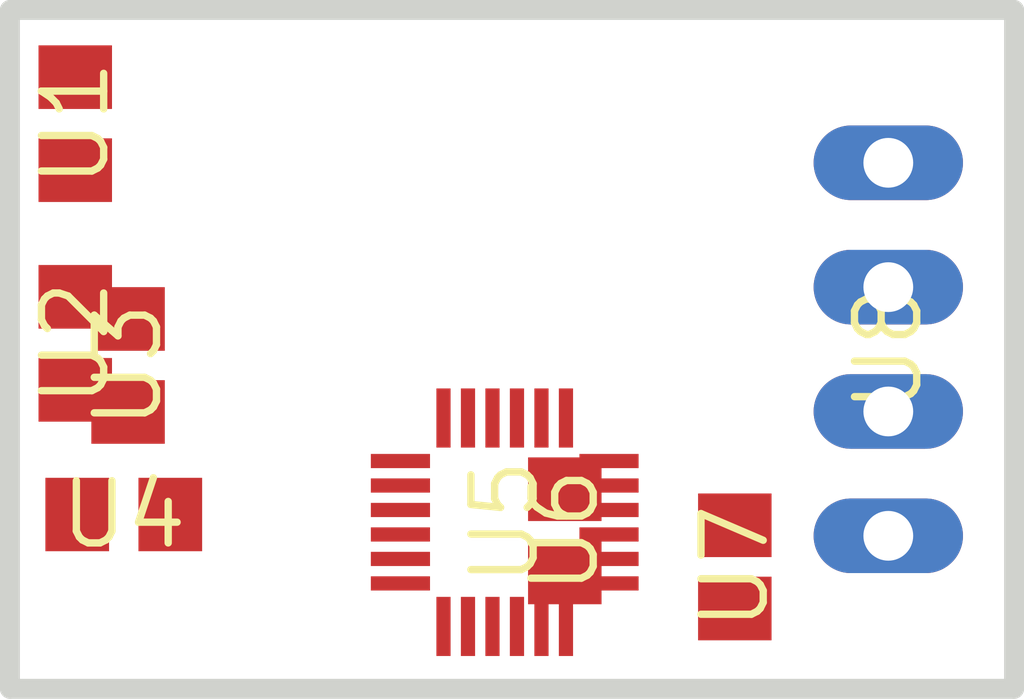
<source format=kicad_pcb>
 ( kicad_pcb  ( version 20171130 )
 ( host pcbnew "(5.1.4-0-10_14)" )
 ( general  ( thickness 1.6 )
 ( drawings 4 )
 ( tracks 0 )
 ( zones 0 )
 ( modules 8 )
 ( nets 16 )
)
 ( page A4 )
 ( layers  ( 0 Top signal )
 ( 31 Bottom signal )
 ( 32 B.Adhes user )
 ( 33 F.Adhes user )
 ( 34 B.Paste user )
 ( 35 F.Paste user )
 ( 36 B.SilkS user )
 ( 37 F.SilkS user )
 ( 38 B.Mask user )
 ( 39 F.Mask user )
 ( 40 Dwgs.User user )
 ( 41 Cmts.User user )
 ( 42 Eco1.User user )
 ( 43 Eco2.User user )
 ( 44 Edge.Cuts user )
 ( 45 Margin user )
 ( 46 B.CrtYd user )
 ( 47 F.CrtYd user )
 ( 48 B.Fab user )
 ( 49 F.Fab user )
)
 ( setup  ( last_trace_width 0.3048 )
 ( trace_clearance 0.1524 )
 ( zone_clearance 0.508 )
 ( zone_45_only no )
 ( trace_min 0.2 )
 ( via_size 0.8 )
 ( via_drill 0.4 )
 ( via_min_size 0.4 )
 ( via_min_drill 0.3 )
 ( uvia_size 0.3 )
 ( uvia_drill 0.1 )
 ( uvias_allowed yes )
 ( uvia_min_size 0.2 )
 ( uvia_min_drill 0.1 )
 ( edge_width 0.05 )
 ( segment_width 0.2 )
 ( pcb_text_width 0.3 )
 ( pcb_text_size 1.5 1.5 )
 ( mod_edge_width 0.12 )
 ( mod_text_size 1 1 )
 ( mod_text_width 0.15 )
 ( pad_size 1.524 1.524 )
 ( pad_drill 0.762 )
 ( pad_to_mask_clearance 0.051 )
 ( solder_mask_min_width 0.25 )
 ( aux_axis_origin 0 0 )
 ( visible_elements 7FFFFFFF )
 ( pcbplotparams  ( layerselection 0x010fc_ffffffff )
 ( usegerberextensions false )
 ( usegerberattributes false )
 ( usegerberadvancedattributes false )
 ( creategerberjobfile false )
 ( excludeedgelayer true )
 ( linewidth 0.100000 )
 ( plotframeref false )
 ( viasonmask false )
 ( mode 1 )
 ( useauxorigin false )
 ( hpglpennumber 1 )
 ( hpglpenspeed 20 )
 ( hpglpendiameter 15.000000 )
 ( psnegative false )
 ( psa4output false )
 ( plotreference true )
 ( plotvalue true )
 ( plotinvisibletext false )
 ( padsonsilk false )
 ( subtractmaskfromsilk false )
 ( outputformat 1 )
 ( mirror false )
 ( drillshape 1 )
 ( scaleselection 1 )
 ( outputdirectory "" )
)
)
 ( net 0 "" )
 ( net 1 GND )
 ( net 2 VDD )
 ( net 3 /SDA )
 ( net 4 /SCL )
 ( net 5 "Net-(R2-Pad1)" )
 ( net 6 "Net-(R1-Pad1)" )
 ( net 7 "Net-(U1-Pad14)" )
 ( net 8 "Net-(U1-Pad13)" )
 ( net 9 "Net-(U1-Pad12)" )
 ( net 10 "Net-(U1-Pad11)" )
 ( net 11 "Net-(U1-Pad10)" )
 ( net 12 "Net-(C1-Pad1)" )
 ( net 13 "Net-(C1-Pad2)" )
 ( net 14 "Net-(C2-Pad2)" )
 ( net 15 "Net-(U1-Pad1)" )
 ( net_class Default "This is the default net class."  ( clearance 0.1524 )
 ( trace_width 0.3048 )
 ( via_dia 0.8 )
 ( via_drill 0.4 )
 ( uvia_dia 0.3 )
 ( uvia_drill 0.1 )
 ( add_net /SCL )
 ( add_net /SDA )
 ( add_net GND )
 ( add_net "Net-(C1-Pad1)" )
 ( add_net "Net-(C1-Pad2)" )
 ( add_net "Net-(C2-Pad2)" )
 ( add_net "Net-(R1-Pad1)" )
 ( add_net "Net-(R2-Pad1)" )
 ( add_net "Net-(U1-Pad1)" )
 ( add_net "Net-(U1-Pad10)" )
 ( add_net "Net-(U1-Pad11)" )
 ( add_net "Net-(U1-Pad12)" )
 ( add_net "Net-(U1-Pad13)" )
 ( add_net "Net-(U1-Pad14)" )
 ( add_net VDD )
)
 ( module imu:C0805  ( layer Top )
 ( tedit 5DCDEC05 )
 ( tstamp 5DC8EB23 )
 ( at 139.585400 100.392600 270.000000 )
 ( descr <b>CAPACITOR</b><p> )
 ( path /A60240AA )
 ( fp_text reference U1  ( at 0 0 270 )
 ( layer F.SilkS )
 ( effects  ( font  ( size 1.27 1.27 )
 ( thickness 0.15 )
)
)
)
 ( fp_text value ""  ( at 0 0 270 )
 ( layer F.SilkS )
 ( effects  ( font  ( size 1.27 1.27 )
 ( thickness 0.15 )
)
)
)
 ( fp_poly  ( pts  ( xy -1.97 -0.98 )
 ( xy 1.97 -0.98 )
 ( xy 1.97 0.98 )
 ( xy -1.97 0.98 )
)
 ( layer F.CrtYd )
 ( width 0.05 )
)
 ( pad 2 smd rect  ( at 0.95 0 270.000000 )
 ( size 1.3 1.5 )
 ( layers Top F.Mask F.Paste )
 ( net 1 GND )
 ( solder_mask_margin 0.1016 )
)
 ( pad 1 smd rect  ( at -0.95 0 270.000000 )
 ( size 1.3 1.5 )
 ( layers Top F.Mask F.Paste )
 ( net 2 VDD )
 ( solder_mask_margin 0.1016 )
)
)
 ( module imu:C0805  ( layer Top )
 ( tedit 5DCDEC05 )
 ( tstamp 5DC8EB31 )
 ( at 139.585400 104.879933 270.000000 )
 ( descr <b>CAPACITOR</b><p> )
 ( path /C3EA450F )
 ( fp_text reference U2  ( at 0 0 270 )
 ( layer F.SilkS )
 ( effects  ( font  ( size 1.27 1.27 )
 ( thickness 0.15 )
)
)
)
 ( fp_text value ""  ( at 0 0 270 )
 ( layer F.SilkS )
 ( effects  ( font  ( size 1.27 1.27 )
 ( thickness 0.15 )
)
)
)
 ( fp_poly  ( pts  ( xy -1.97 -0.98 )
 ( xy 1.97 -0.98 )
 ( xy 1.97 0.98 )
 ( xy -1.97 0.98 )
)
 ( layer F.CrtYd )
 ( width 0.05 )
)
 ( pad 2 smd rect  ( at 0.95 0 270.000000 )
 ( size 1.3 1.5 )
 ( layers Top F.Mask F.Paste )
 ( net 1 GND )
 ( solder_mask_margin 0.1016 )
)
 ( pad 1 smd rect  ( at -0.95 0 270.000000 )
 ( size 1.3 1.5 )
 ( layers Top F.Mask F.Paste )
 ( net 2 VDD )
 ( solder_mask_margin 0.1016 )
)
)
 ( module imu:C0805  ( layer Top )
 ( tedit 5DCDEC05 )
 ( tstamp 5DC8EB3F )
 ( at 140.663600 105.332200 90.000000 )
 ( descr <b>CAPACITOR</b><p> )
 ( path /7A0BA227 )
 ( fp_text reference U3  ( at 0 0 90 )
 ( layer F.SilkS )
 ( effects  ( font  ( size 1.27 1.27 )
 ( thickness 0.15 )
)
)
)
 ( fp_text value ""  ( at 0 0 90 )
 ( layer F.SilkS )
 ( effects  ( font  ( size 1.27 1.27 )
 ( thickness 0.15 )
)
)
)
 ( fp_poly  ( pts  ( xy -1.97 -0.98 )
 ( xy 1.97 -0.98 )
 ( xy 1.97 0.98 )
 ( xy -1.97 0.98 )
)
 ( layer F.CrtYd )
 ( width 0.05 )
)
 ( pad 2 smd rect  ( at 0.95 0 90.000000 )
 ( size 1.3 1.5 )
 ( layers Top F.Mask F.Paste )
 ( net 13 "Net-(C1-Pad2)" )
 ( solder_mask_margin 0.1016 )
)
 ( pad 1 smd rect  ( at -0.95 0 90.000000 )
 ( size 1.3 1.5 )
 ( layers Top F.Mask F.Paste )
 ( net 12 "Net-(C1-Pad1)" )
 ( solder_mask_margin 0.1016 )
)
)
 ( module imu:C0805  ( layer Top )
 ( tedit 5DCDEC05 )
 ( tstamp 5DC8EB4D )
 ( at 140.575400 108.377267 180.000000 )
 ( descr <b>CAPACITOR</b><p> )
 ( path /39D9FF9F )
 ( fp_text reference U4  ( at 0 0 180 )
 ( layer F.SilkS )
 ( effects  ( font  ( size 1.27 1.27 )
 ( thickness 0.15 )
)
)
)
 ( fp_text value ""  ( at 0 0 180 )
 ( layer F.SilkS )
 ( effects  ( font  ( size 1.27 1.27 )
 ( thickness 0.15 )
)
)
)
 ( fp_poly  ( pts  ( xy -1.97 -0.98 )
 ( xy 1.97 -0.98 )
 ( xy 1.97 0.98 )
 ( xy -1.97 0.98 )
)
 ( layer F.CrtYd )
 ( width 0.05 )
)
 ( pad 2 smd rect  ( at 0.95 0 180.000000 )
 ( size 1.3 1.5 )
 ( layers Top F.Mask F.Paste )
 ( net 14 "Net-(C2-Pad2)" )
 ( solder_mask_margin 0.1016 )
)
 ( pad 1 smd rect  ( at -0.95 0 180.000000 )
 ( size 1.3 1.5 )
 ( layers Top F.Mask F.Paste )
 ( net 1 GND )
 ( solder_mask_margin 0.1016 )
)
)
 ( module imu:LGA-24  ( layer Top )
 ( tedit 5DCDEC7A )
 ( tstamp 5DC8EAD5 )
 ( at 148.352533 108.534600 270.000000 )
 ( descr "<h3>LGA 4x4x1 mm 24-lead</h3>\n<ul><li>0.5mm pitch</li>\n<li>Pads are 0.35x0.2 mm square</li>\n</ul>\n<p>This package is used for:<p>\n<ul><li>ST Micro LSM9DS0 3D accel/gyro/mag</li></ul>" )
 ( path /94FABF20 )
 ( fp_text reference U5  ( at 0 0 270 )
 ( layer F.SilkS )
 ( effects  ( font  ( size 1.27 1.27 )
 ( thickness 0.15 )
)
)
)
 ( fp_text value ""  ( at 0 0 270 )
 ( layer F.SilkS )
 ( effects  ( font  ( size 1.27 1.27 )
 ( thickness 0.15 )
)
)
)
 ( fp_poly  ( pts  ( xy -3 -3 )
 ( xy 3 -3 )
 ( xy 3 3 )
 ( xy -3 3 )
)
 ( layer F.CrtYd )
 ( width 0.1 )
)
 ( pad 24 smd rect  ( at -1.25 -2.129 270.000000 )
 ( size 0.29 1.208 )
 ( layers Top F.Mask F.Paste )
 ( net 3 /SDA )
 ( solder_mask_margin 0.1016 )
)
 ( pad 23 smd rect  ( at -0.75 -2.129 270.000000 )
 ( size 0.29 1.208 )
 ( layers Top F.Mask F.Paste )
 ( net 1 GND )
 ( solder_mask_margin 0.1016 )
)
 ( pad 22 smd rect  ( at -0.25 -2.129 270.000000 )
 ( size 0.29 1.208 )
 ( layers Top F.Mask F.Paste )
 ( net 1 GND )
 ( solder_mask_margin 0.1016 )
)
 ( pad 21 smd rect  ( at 0.25 -2.129 270.000000 )
 ( size 0.29 1.208 )
 ( layers Top F.Mask F.Paste )
 ( net 4 /SCL )
 ( solder_mask_margin 0.1016 )
)
 ( pad 20 smd rect  ( at 0.75 -2.129 270.000000 )
 ( size 0.29 1.208 )
 ( layers Top F.Mask F.Paste )
 ( net 5 "Net-(R2-Pad1)" )
 ( solder_mask_margin 0.1016 )
)
 ( pad 19 smd rect  ( at 1.25 -2.129 270.000000 )
 ( size 0.29 1.208 )
 ( layers Top F.Mask F.Paste )
 ( net 6 "Net-(R1-Pad1)" )
 ( solder_mask_margin 0.1016 )
)
 ( pad 18 smd rect  ( at 2.129 -1.25 180.000000 )
 ( size 0.29 1.208 )
 ( layers Top F.Mask F.Paste )
 ( net 2 VDD )
 ( solder_mask_margin 0.1016 )
)
 ( pad 17 smd rect  ( at 2.129 -0.75 180.000000 )
 ( size 0.29 1.208 )
 ( layers Top F.Mask F.Paste )
 ( net 2 VDD )
 ( solder_mask_margin 0.1016 )
)
 ( pad 16 smd rect  ( at 2.129 -0.25 180.000000 )
 ( size 0.29 1.208 )
 ( layers Top F.Mask F.Paste )
 ( net 2 VDD )
 ( solder_mask_margin 0.1016 )
)
 ( pad 15 smd rect  ( at 2.129 0.25 180.000000 )
 ( size 0.29 1.208 )
 ( layers Top F.Mask F.Paste )
 ( net 2 VDD )
 ( solder_mask_margin 0.1016 )
)
 ( pad 14 smd rect  ( at 2.129 0.75 180.000000 )
 ( size 0.29 1.208 )
 ( layers Top F.Mask F.Paste )
 ( net 7 "Net-(U1-Pad14)" )
 ( solder_mask_margin 0.1016 )
)
 ( pad 13 smd rect  ( at 2.129 1.25 180.000000 )
 ( size 0.29 1.208 )
 ( layers Top F.Mask F.Paste )
 ( net 8 "Net-(U1-Pad13)" )
 ( solder_mask_margin 0.1016 )
)
 ( pad 12 smd rect  ( at 1.25 2.129 90.000000 )
 ( size 0.29 1.208 )
 ( layers Top F.Mask F.Paste )
 ( net 9 "Net-(U1-Pad12)" )
 ( solder_mask_margin 0.1016 )
)
 ( pad 11 smd rect  ( at 0.75 2.129 90.000000 )
 ( size 0.29 1.208 )
 ( layers Top F.Mask F.Paste )
 ( net 10 "Net-(U1-Pad11)" )
 ( solder_mask_margin 0.1016 )
)
 ( pad 10 smd rect  ( at 0.25 2.129 90.000000 )
 ( size 0.29 1.208 )
 ( layers Top F.Mask F.Paste )
 ( net 11 "Net-(U1-Pad10)" )
 ( solder_mask_margin 0.1016 )
)
 ( pad 9 smd rect  ( at -0.25 2.129 90.000000 )
 ( size 0.29 1.208 )
 ( layers Top F.Mask F.Paste )
 ( net 12 "Net-(C1-Pad1)" )
 ( solder_mask_margin 0.1016 )
)
 ( pad 8 smd rect  ( at -0.75 2.129 90.000000 )
 ( size 0.29 1.208 )
 ( layers Top F.Mask F.Paste )
 ( net 13 "Net-(C1-Pad2)" )
 ( solder_mask_margin 0.1016 )
)
 ( pad 7 smd rect  ( at -1.25 2.129 90.000000 )
 ( size 0.29 1.208 )
 ( layers Top F.Mask F.Paste )
 ( net 14 "Net-(C2-Pad2)" )
 ( solder_mask_margin 0.1016 )
)
 ( pad 6 smd rect  ( at -2.129 1.25 )
 ( size 0.29 1.208 )
 ( layers Top F.Mask F.Paste )
 ( net 1 GND )
 ( solder_mask_margin 0.1016 )
)
 ( pad 5 smd rect  ( at -2.129 0.75 )
 ( size 0.29 1.208 )
 ( layers Top F.Mask F.Paste )
 ( net 1 GND )
 ( solder_mask_margin 0.1016 )
)
 ( pad 4 smd rect  ( at -2.129 0.25 )
 ( size 0.29 1.208 )
 ( layers Top F.Mask F.Paste )
 ( net 1 GND )
 ( solder_mask_margin 0.1016 )
)
 ( pad 3 smd rect  ( at -2.129 -0.25 )
 ( size 0.29 1.208 )
 ( layers Top F.Mask F.Paste )
 ( net 1 GND )
 ( solder_mask_margin 0.1016 )
)
 ( pad 2 smd rect  ( at -2.129 -0.75 )
 ( size 0.29 1.208 )
 ( layers Top F.Mask F.Paste )
 ( net 1 GND )
 ( solder_mask_margin 0.1016 )
)
 ( pad 1 smd rect  ( at -2.129 -1.25 )
 ( size 0.29 1.208 )
 ( layers Top F.Mask F.Paste )
 ( net 15 "Net-(U1-Pad1)" )
 ( solder_mask_margin 0.1016 )
)
)
 ( module imu:R0805  ( layer Top )
 ( tedit 5DCDEBD1 )
 ( tstamp 5DC8EB5B )
 ( at 149.579000 108.710400 270.000000 )
 ( descr "<b>RESISTOR</b><p>\nchip" )
 ( path /5FC72806 )
 ( fp_text reference U6  ( at 0 0 270 )
 ( layer F.SilkS )
 ( effects  ( font  ( size 1.27 1.27 )
 ( thickness 0.15 )
)
)
)
 ( fp_text value ""  ( at 0 0 270 )
 ( layer F.SilkS )
 ( effects  ( font  ( size 1.27 1.27 )
 ( thickness 0.15 )
)
)
)
 ( fp_poly  ( pts  ( xy -2 -1 )
 ( xy 2 -1 )
 ( xy 2 1 )
 ( xy -2 1 )
)
 ( layer F.CrtYd )
 ( width 0.1 )
)
 ( pad 2 smd rect  ( at 0.85 0 270.000000 )
 ( size 1.3 1.5 )
 ( layers Top F.Mask F.Paste )
 ( net 2 VDD )
 ( solder_mask_margin 0.1016 )
)
 ( pad 1 smd rect  ( at -0.85 0 270.000000 )
 ( size 1.3 1.5 )
 ( layers Top F.Mask F.Paste )
 ( net 6 "Net-(R1-Pad1)" )
 ( solder_mask_margin 0.1016 )
)
)
 ( module imu:R0805  ( layer Top )
 ( tedit 5DCDEBD1 )
 ( tstamp 5DC8EB69 )
 ( at 153.049667 109.447267 270.000000 )
 ( descr "<b>RESISTOR</b><p>\nchip" )
 ( path /8EFFCFBB )
 ( fp_text reference U7  ( at 0 0 270 )
 ( layer F.SilkS )
 ( effects  ( font  ( size 1.27 1.27 )
 ( thickness 0.15 )
)
)
)
 ( fp_text value ""  ( at 0 0 270 )
 ( layer F.SilkS )
 ( effects  ( font  ( size 1.27 1.27 )
 ( thickness 0.15 )
)
)
)
 ( fp_poly  ( pts  ( xy -2 -1 )
 ( xy 2 -1 )
 ( xy 2 1 )
 ( xy -2 1 )
)
 ( layer F.CrtYd )
 ( width 0.1 )
)
 ( pad 2 smd rect  ( at 0.85 0 270.000000 )
 ( size 1.3 1.5 )
 ( layers Top F.Mask F.Paste )
 ( net 2 VDD )
 ( solder_mask_margin 0.1016 )
)
 ( pad 1 smd rect  ( at -0.85 0 270.000000 )
 ( size 1.3 1.5 )
 ( layers Top F.Mask F.Paste )
 ( net 5 "Net-(R2-Pad1)" )
 ( solder_mask_margin 0.1016 )
)
)
 ( module imu:MA04-1 locked  ( layer Top )
 ( tedit 5DCDED3B )
 ( tstamp 5DC8EB77 )
 ( at 156.183000 105.002000 90.000000 )
 ( descr "<b>PIN HEADER</b>" )
 ( path /4C9F70DA )
 ( fp_text reference U8  ( at 0 0 90 )
 ( layer F.SilkS )
 ( effects  ( font  ( size 1.27 1.27 )
 ( thickness 0.15 )
)
)
)
 ( fp_text value ""  ( at 0 0 90 )
 ( layer F.SilkS )
 ( effects  ( font  ( size 1.27 1.27 )
 ( thickness 0.15 )
)
)
)
 ( fp_poly  ( pts  ( xy -5 -1.75 )
 ( xy 5 -1.75 )
 ( xy 5 1.75 )
 ( xy -5 1.75 )
)
 ( layer F.CrtYd )
 ( width 0.1 )
)
 ( fp_poly  ( pts  ( xy -5 -1.75 )
 ( xy 5 -1.75 )
 ( xy 5 1.75 )
 ( xy -5 1.75 )
)
 ( layer B.CrtYd )
 ( width 0.1 )
)
 ( pad 1 thru_hole oval  ( at -3.81 0 180.000000 )
 ( size 3.048 1.524 )
 ( drill 1.016 )
 ( layers *.Cu *.Mask )
 ( net 2 VDD )
 ( solder_mask_margin 0.1016 )
)
 ( pad 2 thru_hole oval  ( at -1.27 0 180.000000 )
 ( size 3.048 1.524 )
 ( drill 1.016 )
 ( layers *.Cu *.Mask )
 ( net 4 /SCL )
 ( solder_mask_margin 0.1016 )
)
 ( pad 3 thru_hole oval  ( at 1.27 0 180.000000 )
 ( size 3.048 1.524 )
 ( drill 1.016 )
 ( layers *.Cu *.Mask )
 ( net 3 /SDA )
 ( solder_mask_margin 0.1016 )
)
 ( pad 4 thru_hole oval  ( at 3.81 0 180.000000 )
 ( size 3.048 1.524 )
 ( drill 1.016 )
 ( layers *.Cu *.Mask )
 ( net 1 GND )
 ( solder_mask_margin 0.1016 )
)
)
 ( gr_line  ( start 138.2522 111.9378 )
 ( end 138.2522 98.0694 )
 ( layer Edge.Cuts )
 ( width 0.4064 )
 ( tstamp 1CAD9470 )
)
 ( gr_line  ( start 138.2522 98.0694 )
 ( end 158.75 98.0694 )
 ( layer Edge.Cuts )
 ( width 0.4064 )
 ( tstamp 1CAD8750 )
)
 ( gr_line  ( start 158.75 98.0694 )
 ( end 158.75 111.9378 )
 ( layer Edge.Cuts )
 ( width 0.4064 )
 ( tstamp 1CAD8CF0 )
)
 ( gr_line  ( start 158.75 111.9378 )
 ( end 138.2522 111.9378 )
 ( layer Edge.Cuts )
 ( width 0.4064 )
 ( tstamp 1CAD9BF0 )
)
)

</source>
